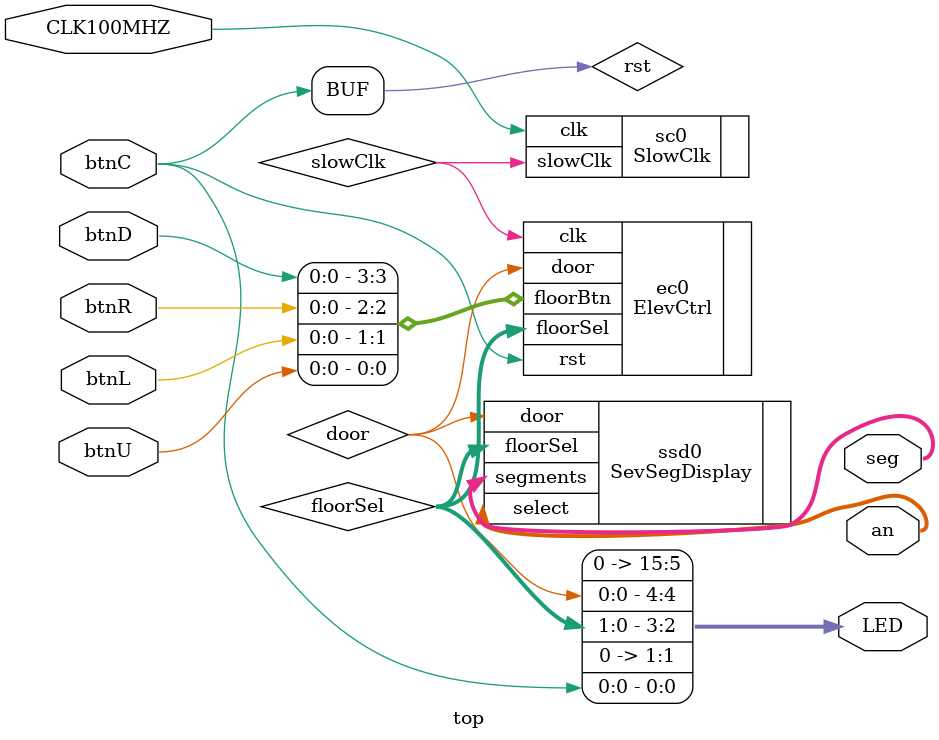
<source format=sv>
`timescale 1ns / 1ps

module top(
    input                   CLK100MHZ,
    input                   btnC, // aka reset
    input                   btnL,
    input                   btnR,
    input                   btnU,
    input                   btnD,
    output logic  [15:0]    LED, //this is optional
    output logic  [6:0]     seg,
    output logic  [3:0]     an
);

wire        rst = btnC;
wire        slowClk;

wire [1:0]  floorSel;
wire        door;

SlowClk sc0 (
    .clk(CLK100MHZ),
    .slowClk(slowClk)
);

ElevCtrl ec0(
    .clk(slowClk),
    .rst(rst),
    .floorBtn( { btnD, btnR, btnL, btnU} ),

    .floorSel(floorSel),
    .door(door)
);

SevSegDisplay ssd0(
    .floorSel(floorSel),
    .door(door),

    .segments(seg),
    .select(an)
);

//Debugging LEDs
assign LED[0] = rst;
assign LED[1] = 1'h0;
assign LED[3:2] = floorSel;
assign LED[4]   = door;
assign LED[15:5] = 'h0;


endmodule

</source>
